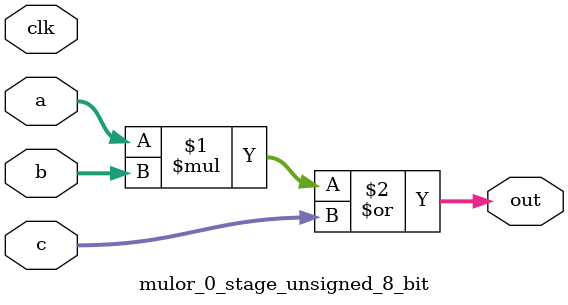
<source format=sv>
(* use_dsp = "yes" *) module mulor_0_stage_unsigned_8_bit(
	input  [7:0] a,
	input  [7:0] b,
	input  [7:0] c,
	output [7:0] out,
	input clk);

	assign out = (a * b) | c;
endmodule

</source>
